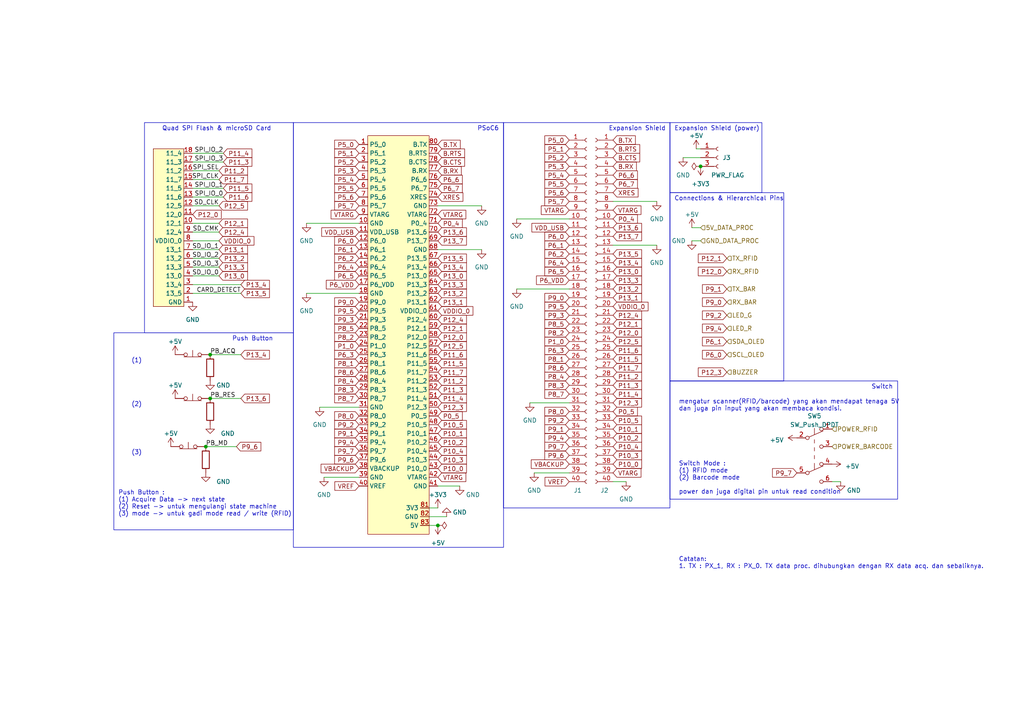
<source format=kicad_sch>
(kicad_sch (version 20230121) (generator eeschema)
  (paper "A4")
  (title_block (title "PSoC (Processing Unit)") (date "2024-03-05") (rev "2.1") (company "Institut Teknologi Bandung") (comment 1 "Bostang Palaguna") (comment 2 "Designed By:"))
  (lib_symbols
    (symbol "Connector:Conn_01x03_Socket" (pin_names (offset 1.016) hide)
      (property "Reference" "J" (at 0 5.08 0))
      (property "Value" "Conn_01x03_Socket" (at 0 -5.08 0))
      (symbol "Conn_01x03_Socket_1_1"
        (pin passive line (at -5.08 2.54 0) (length 3.81) (name "Pin_1") (number "1"))
        (pin passive line (at -5.08 0 0) (length 3.81) (name "Pin_2") (number "2"))
        (pin passive line (at -5.08 -2.54 0) (length 3.81) (name "Pin_3") (number "3"))
      )
    )
    (symbol "Connector:Conn_01x40_Socket" (pin_names (offset 1.016) hide)
      (property "Reference" "J" (at 0 50.8 0))
      (property "Value" "Conn_01x40_Socket" (at 0 -53.34 0))
      (symbol "Conn_01x40_Socket_1_1"
        (pin passive line (at -5.08 48.26 0) (length 3.81) (name "Pin_1") (number "1"))
        (pin passive line (at -5.08 25.4 0) (length 3.81) (name "Pin_10") (number "10"))
        (pin passive line (at -5.08 22.86 0) (length 3.81) (name "Pin_11") (number "11"))
        (pin passive line (at -5.08 20.32 0) (length 3.81) (name "Pin_12") (number "12"))
        (pin passive line (at -5.08 17.78 0) (length 3.81) (name "Pin_13") (number "13"))
        (pin passive line (at -5.08 15.24 0) (length 3.81) (name "Pin_14") (number "14"))
        (pin passive line (at -5.08 12.7 0) (length 3.81) (name "Pin_15") (number "15"))
        (pin passive line (at -5.08 10.16 0) (length 3.81) (name "Pin_16") (number "16"))
        (pin passive line (at -5.08 7.62 0) (length 3.81) (name "Pin_17") (number "17"))
        (pin passive line (at -5.08 5.08 0) (length 3.81) (name "Pin_18") (number "18"))
        (pin passive line (at -5.08 2.54 0) (length 3.81) (name "Pin_19") (number "19"))
        (pin passive line (at -5.08 45.72 0) (length 3.81) (name "Pin_2") (number "2"))
        (pin passive line (at -5.08 0 0) (length 3.81) (name "Pin_20") (number "20"))
        (pin passive line (at -5.08 -2.54 0) (length 3.81) (name "Pin_21") (number "21"))
        (pin passive line (at -5.08 -5.08 0) (length 3.81) (name "Pin_22") (number "22"))
        (pin passive line (at -5.08 -7.62 0) (length 3.81) (name "Pin_23") (number "23"))
        (pin passive line (at -5.08 -10.16 0) (length 3.81) (name "Pin_24") (number "24"))
        (pin passive line (at -5.08 -12.7 0) (length 3.81) (name "Pin_25") (number "25"))
        (pin passive line (at -5.08 -15.24 0) (length 3.81) (name "Pin_26") (number "26"))
        (pin passive line (at -5.08 -17.78 0) (length 3.81) (name "Pin_27") (number "27"))
        (pin passive line (at -5.08 -20.32 0) (length 3.81) (name "Pin_28") (number "28"))
        (pin passive line (at -5.08 -22.86 0) (length 3.81) (name "Pin_29") (number "29"))
        (pin passive line (at -5.08 43.18 0) (length 3.81) (name "Pin_3") (number "3"))
        (pin passive line (at -5.08 -25.4 0) (length 3.81) (name "Pin_30") (number "30"))
        (pin passive line (at -5.08 -27.94 0) (length 3.81) (name "Pin_31") (number "31"))
        (pin passive line (at -5.08 -30.48 0) (length 3.81) (name "Pin_32") (number "32"))
        (pin passive line (at -5.08 -33.02 0) (length 3.81) (name "Pin_33") (number "33"))
        (pin passive line (at -5.08 -35.56 0) (length 3.81) (name "Pin_34") (number "34"))
        (pin passive line (at -5.08 -38.1 0) (length 3.81) (name "Pin_35") (number "35"))
        (pin passive line (at -5.08 -40.64 0) (length 3.81) (name "Pin_36") (number "36"))
        (pin passive line (at -5.08 -43.18 0) (length 3.81) (name "Pin_37") (number "37"))
        (pin passive line (at -5.08 -45.72 0) (length 3.81) (name "Pin_38") (number "38"))
        (pin passive line (at -5.08 -48.26 0) (length 3.81) (name "Pin_39") (number "39"))
        (pin passive line (at -5.08 40.64 0) (length 3.81) (name "Pin_4") (number "4"))
        (pin passive line (at -5.08 -50.8 0) (length 3.81) (name "Pin_40") (number "40"))
        (pin passive line (at -5.08 38.1 0) (length 3.81) (name "Pin_5") (number "5"))
        (pin passive line (at -5.08 35.56 0) (length 3.81) (name "Pin_6") (number "6"))
        (pin passive line (at -5.08 33.02 0) (length 3.81) (name "Pin_7") (number "7"))
        (pin passive line (at -5.08 30.48 0) (length 3.81) (name "Pin_8") (number "8"))
        (pin passive line (at -5.08 27.94 0) (length 3.81) (name "Pin_9") (number "9"))
      )
    )
    (symbol "Device:R" (pin_numbers hide) (pin_names (offset 0))
      (property "Reference" "R" (at 2.032 0 90))
      (property "Value" "R" (at 0 0 90))
      (symbol "R_1_1"
        (pin passive line (at 0 3.81 270) (length 1.27) (name "~") (number "1"))
        (pin passive line (at 0 -3.81 90) (length 1.27) (name "~") (number "2"))
      )
    )
    (symbol "Switch:SW_Push_DPDT" (pin_names (offset 0) hide)
      (property "Reference" "SW" (at 0 8.89 0))
      (property "Value" "SW_Push_DPDT" (at 0 -10.16 0))
      (symbol "SW_Push_DPDT_1_1"
        (pin passive line (at 5.08 7.62 180) (length 2.54) (name "A") (number "1"))
        (pin passive line (at -5.08 5.08 0) (length 2.54) (name "B") (number "2"))
        (pin passive line (at 5.08 2.54 180) (length 2.54) (name "C") (number "3"))
        (pin passive line (at 5.08 -2.54 180) (length 2.54) (name "A") (number "4"))
        (pin passive line (at -5.08 -5.08 0) (length 2.54) (name "B") (number "5"))
        (pin passive line (at 5.08 -7.62 180) (length 2.54) (name "C") (number "6"))
      )
    )
    (symbol "Switch:SW_Push_Open" (pin_numbers hide) (pin_names (offset 1.016) hide)
      (property "Reference" "SW" (at 0 2.54 0))
      (property "Value" "SW_Push_Open" (at 0 -1.905 0))
      (symbol "SW_Push_Open_0_1"
        (pin passive line (at -5.08 0 0) (length 2.54) (name "A") (number "1"))
      )
      (symbol "SW_Push_Open_1_1"
        (pin passive line (at 5.08 0 180) (length 2.54) (name "B") (number "2"))
      )
    )
    (symbol "WMS_components:CY8CPROTO-062-4343W"
      (property "Reference" "U" (at 1.27 52.07 0))
      (symbol "CY8CPROTO-062-4343W_1_1"
        (pin bidirectional line (at -11.43 46.99 0) (length 2.54) (name "P5_0") (number "1"))
        (pin bidirectional line (at -11.43 24.13 0) (length 2.54) (name "GND") (number "10"))
        (pin bidirectional line (at -11.43 21.59 0) (length 2.54) (name "VDD_USB") (number "11"))
        (pin bidirectional line (at -11.43 19.05 0) (length 2.54) (name "P6_0") (number "12"))
        (pin bidirectional line (at -11.43 16.51 0) (length 2.54) (name "P6_1") (number "13"))
        (pin bidirectional line (at -11.43 13.97 0) (length 2.54) (name "P6_2") (number "14"))
        (pin bidirectional line (at -11.43 11.43 0) (length 2.54) (name "P6_4") (number "15"))
        (pin bidirectional line (at -11.43 8.89 0) (length 2.54) (name "P6_5") (number "16"))
        (pin bidirectional line (at -11.43 6.35 0) (length 2.54) (name "P6_VDD") (number "17"))
        (pin bidirectional line (at -11.43 3.81 0) (length 2.54) (name "GND") (number "18"))
        (pin bidirectional line (at -11.43 1.27 0) (length 2.54) (name "P9_0") (number "19"))
        (pin bidirectional line (at -11.43 44.45 0) (length 2.54) (name "P5_1") (number "2"))
        (pin bidirectional line (at -11.43 -1.27 0) (length 2.54) (name "P9_5") (number "20"))
        (pin bidirectional line (at -11.43 -3.81 0) (length 2.54) (name "P9_3") (number "21"))
        (pin bidirectional line (at -11.43 -6.35 0) (length 2.54) (name "P8_5") (number "22"))
        (pin bidirectional line (at -11.43 -8.89 0) (length 2.54) (name "P8_2") (number "23"))
        (pin bidirectional line (at -11.43 -11.43 0) (length 2.54) (name "P1_0") (number "24"))
        (pin bidirectional line (at -11.43 -13.97 0) (length 2.54) (name "P6_3") (number "25"))
        (pin bidirectional line (at -11.43 -16.51 0) (length 2.54) (name "P8_1") (number "26"))
        (pin bidirectional line (at -11.43 -19.05 0) (length 2.54) (name "P8_6") (number "27"))
        (pin bidirectional line (at -11.43 -21.59 0) (length 2.54) (name "P8_4") (number "28"))
        (pin bidirectional line (at -11.43 -24.13 0) (length 2.54) (name "P8_3") (number "29"))
        (pin bidirectional line (at -11.43 41.91 0) (length 2.54) (name "P5_2") (number "3"))
        (pin bidirectional line (at -11.43 -26.67 0) (length 2.54) (name "P8_7") (number "30"))
        (pin bidirectional line (at -11.43 -29.21 0) (length 2.54) (name "GND") (number "31"))
        (pin bidirectional line (at -11.43 -31.75 0) (length 2.54) (name "P8_0") (number "32"))
        (pin bidirectional line (at -11.43 -34.29 0) (length 2.54) (name "P9_2") (number "33"))
        (pin bidirectional line (at -11.43 -36.83 0) (length 2.54) (name "P9_1") (number "34"))
        (pin bidirectional line (at -11.43 -39.37 0) (length 2.54) (name "P9_4") (number "35"))
        (pin bidirectional line (at -11.43 -41.91 0) (length 2.54) (name "P9_7") (number "36"))
        (pin bidirectional line (at -11.43 -44.45 0) (length 2.54) (name "P9_6") (number "37"))
        (pin bidirectional line (at -11.43 -46.99 0) (length 2.54) (name "VBACKUP") (number "38"))
        (pin bidirectional line (at -11.43 -49.53 0) (length 2.54) (name "GND") (number "39"))
        (pin bidirectional line (at -11.43 39.37 0) (length 2.54) (name "P5_3") (number "4"))
        (pin bidirectional line (at -11.43 -52.07 0) (length 2.54) (name "VREF") (number "40"))
        (pin bidirectional line (at 11.43 -52.07 180) (length 2.54) (name "GND") (number "41"))
        (pin bidirectional line (at 11.43 -49.53 180) (length 2.54) (name "VTARG") (number "42"))
        (pin bidirectional line (at 11.43 -46.99 180) (length 2.54) (name "P10_0") (number "43"))
        (pin bidirectional line (at 11.43 -44.45 180) (length 2.54) (name "P10_3") (number "44"))
        (pin bidirectional line (at 11.43 -41.91 180) (length 2.54) (name "P10_4") (number "45"))
        (pin bidirectional line (at 11.43 -39.37 180) (length 2.54) (name "P10_2") (number "46"))
        (pin bidirectional line (at 11.43 -36.83 180) (length 2.54) (name "P10_1") (number "47"))
        (pin bidirectional line (at 11.43 -34.29 180) (length 2.54) (name "P10_5") (number "48"))
        (pin bidirectional line (at 11.43 -31.75 180) (length 2.54) (name "P0_5") (number "49"))
        (pin bidirectional line (at -11.43 36.83 0) (length 2.54) (name "P5_4") (number "5"))
        (pin bidirectional line (at 11.43 -29.21 180) (length 2.54) (name "P12_3") (number "50"))
        (pin bidirectional line (at 11.43 -26.67 180) (length 2.54) (name "P11_4") (number "51"))
        (pin bidirectional line (at 11.43 -24.13 180) (length 2.54) (name "P11_3") (number "52"))
        (pin bidirectional line (at 11.43 -21.59 180) (length 2.54) (name "P11_2") (number "53"))
        (pin bidirectional line (at 11.43 -19.05 180) (length 2.54) (name "P11_7") (number "54"))
        (pin bidirectional line (at 11.43 -16.51 180) (length 2.54) (name "P11_5") (number "55"))
        (pin bidirectional line (at 11.43 -13.97 180) (length 2.54) (name "P11_6") (number "56"))
        (pin bidirectional line (at 11.43 -11.43 180) (length 2.54) (name "P12_5") (number "57"))
        (pin bidirectional line (at 11.43 -8.89 180) (length 2.54) (name "P12_0") (number "58"))
        (pin bidirectional line (at 11.43 -6.35 180) (length 2.54) (name "P12_1") (number "59"))
        (pin bidirectional line (at -11.43 34.29 0) (length 2.54) (name "P5_5") (number "6"))
        (pin bidirectional line (at 11.43 -3.81 180) (length 2.54) (name "P12_4") (number "60"))
        (pin bidirectional line (at 11.43 -1.27 180) (length 2.54) (name "VDDIO_0") (number "61"))
        (pin bidirectional line (at 11.43 1.27 180) (length 2.54) (name "P13_1") (number "62"))
        (pin bidirectional line (at 11.43 3.81 180) (length 2.54) (name "P13_2") (number "63"))
        (pin bidirectional line (at 11.43 6.35 180) (length 2.54) (name "P13_3") (number "64"))
        (pin bidirectional line (at 11.43 8.89 180) (length 2.54) (name "P13_0") (number "65"))
        (pin bidirectional line (at 11.43 11.43 180) (length 2.54) (name "P13_4") (number "66"))
        (pin bidirectional line (at 11.43 13.97 180) (length 2.54) (name "P13_5") (number "67"))
        (pin bidirectional line (at 11.43 16.51 180) (length 2.54) (name "GND") (number "68"))
        (pin bidirectional line (at 11.43 19.05 180) (length 2.54) (name "P13_7") (number "69"))
        (pin bidirectional line (at -11.43 31.75 0) (length 2.54) (name "P5_6") (number "7"))
        (pin bidirectional line (at 11.43 21.59 180) (length 2.54) (name "P13_6") (number "70"))
        (pin bidirectional line (at 11.43 24.13 180) (length 2.54) (name "P0_4") (number "71"))
        (pin bidirectional line (at 11.43 26.67 180) (length 2.54) (name "VTARG") (number "72"))
        (pin bidirectional line (at 11.43 29.21 180) (length 2.54) (name "GND") (number "73"))
        (pin bidirectional line (at 11.43 31.75 180) (length 2.54) (name "XRES") (number "74"))
        (pin bidirectional line (at 11.43 34.29 180) (length 2.54) (name "P6_7") (number "75"))
        (pin bidirectional line (at 11.43 36.83 180) (length 2.54) (name "P6_6") (number "76"))
        (pin bidirectional line (at 11.43 39.37 180) (length 2.54) (name "B.RX") (number "77"))
        (pin bidirectional line (at 11.43 41.91 180) (length 2.54) (name "B.CTS") (number "78"))
        (pin bidirectional line (at 11.43 44.45 180) (length 2.54) (name "B.RTS") (number "79"))
        (pin bidirectional line (at -11.43 29.21 0) (length 2.54) (name "P5_7") (number "8"))
        (pin bidirectional line (at 11.43 46.99 180) (length 2.54) (name "B.TX") (number "80"))
        (pin power_in line (at 8.89 -58.42 180) (length 2.54) (name "3V3") (number "81"))
        (pin bidirectional line (at 8.89 -60.96 180) (length 2.54) (name "GND") (number "82"))
        (pin power_in line (at 8.89 -63.5 180) (length 2.54) (name "5V") (number "83"))
        (pin bidirectional line (at -11.43 26.67 0) (length 2.54) (name "VTARG") (number "9"))
      )
    )
    (symbol "WMS_components:QUAD_SPI_and_MICRO_SD"
      (property "Reference" "U" (at 0 6.35 0))
      (symbol "QUAD_SPI_and_MICRO_SD_1_1"
        (pin power_in line (at -21.59 -6.35 90) (length 2.54) (name "GND") (number "1"))
        (pin bidirectional line (at 1.27 -6.35 90) (length 2.54) (name "12_1") (number "10"))
        (pin bidirectional line (at 3.81 -6.35 90) (length 2.54) (name "12_0") (number "11"))
        (pin bidirectional line (at 6.35 -6.35 90) (length 2.54) (name "12_5") (number "12"))
        (pin bidirectional line (at 8.89 -6.35 90) (length 2.54) (name "11_6") (number "13"))
        (pin bidirectional line (at 11.43 -6.35 90) (length 2.54) (name "11_5") (number "14"))
        (pin bidirectional line (at 13.97 -6.35 90) (length 2.54) (name "11_7") (number "15"))
        (pin bidirectional line (at 16.51 -6.35 90) (length 2.54) (name "11_2") (number "16"))
        (pin bidirectional line (at 19.05 -6.35 90) (length 2.54) (name "11_3") (number "17"))
        (pin bidirectional line (at 21.59 -6.35 90) (length 2.54) (name "11_4") (number "18"))
        (pin bidirectional line (at -19.05 -6.35 90) (length 2.54) (name "13_5") (number "2"))
        (pin bidirectional line (at -16.51 -6.35 90) (length 2.54) (name "13_4") (number "3"))
        (pin bidirectional line (at -13.97 -6.35 90) (length 2.54) (name "13_0") (number "4"))
        (pin bidirectional line (at -11.43 -6.35 90) (length 2.54) (name "13_3") (number "5"))
        (pin bidirectional line (at -8.89 -6.35 90) (length 2.54) (name "13_2") (number "6"))
        (pin bidirectional line (at -6.35 -6.35 90) (length 2.54) (name "13_1") (number "7"))
        (pin bidirectional line (at -3.81 -6.35 90) (length 2.54) (name "VDDIO_0") (number "8"))
        (pin bidirectional line (at -1.27 -6.35 90) (length 2.54) (name "12_4") (number "9"))
      )
    )
    (symbol "power:+3V3" (power) (pin_names (offset 0))
      (property "Value" "+3V3" (at 0 3.556 0))
      (symbol "+3V3_1_1"
        (pin power_in line (at 0 0 90) (length 0) hide (name "+3V3") (number "1"))
      )
    )
    (symbol "power:+5V" (power) (pin_names (offset 0))
      (property "Value" "+5V" (at 0 3.556 0))
      (symbol "+5V_1_1"
        (pin power_in line (at 0 0 90) (length 0) hide (name "+5V") (number "1"))
      )
    )
    (symbol "power:GND" (power) (pin_names (offset 0))
      (property "Value" "GND" (at 0 -3.81 0))
      (symbol "GND_1_1"
        (pin power_in line (at 0 0 270) (length 0) hide (name "GND") (number "1"))
      )
    )
    (symbol "power:PWR_FLAG" (power) (pin_numbers hide) (pin_names (offset 0) hide)
      (property "Value" "PWR_FLAG" (at 0 3.81 0))
      (symbol "PWR_FLAG_0_0"
        (pin power_out line (at 0 0 90) (length 0) (name "pwr") (number "1"))
      )
    )
  )
  (junction (at 203.2 48.26))
  (junction (at 60.96 102.87))
  (junction (at 127 152.4))
  (junction (at 60.96 115.57))
  (junction (at 59.69 129.54))
  (wire (pts (xy 69.85 82.55) (xy 55.88 82.55)))
  (wire (pts (xy 153.67 116.84) (xy 165.1 116.84)))
  (wire (pts (xy 139.7 59.69) (xy 127 59.69)))
  (wire (pts (xy 63.5 72.39) (xy 55.88 72.39)))
  (wire (pts (xy 133.35 140.97) (xy 127 140.97)))
  (wire (pts (xy 63.5 64.77) (xy 55.88 64.77)))
  (wire (pts (xy 69.85 85.09) (xy 55.88 85.09)))
  (wire (pts (xy 198.12 45.72) (xy 203.2 45.72)))
  (wire (pts (xy 200.66 69.85) (xy 203.2 69.85)))
  (wire (pts (xy 63.5 59.69) (xy 55.88 59.69)))
  (wire (pts (xy 64.77 57.15) (xy 55.88 57.15)))
  (wire (pts (xy 63.5 52.07) (xy 55.88 52.07)))
  (wire (pts (xy 59.69 129.54) (xy 68.58 129.54)))
  (wire (pts (xy 127 152.4) (xy 124.46 152.4)))
  (wire (pts (xy 129.54 149.86) (xy 124.46 149.86)))
  (wire (pts (xy 154.94 137.16) (xy 165.1 137.16)))
  (wire (pts (xy 63.5 69.85) (xy 55.88 69.85)))
  (wire (pts (xy 149.86 83.82) (xy 165.1 83.82)))
  (wire (pts (xy 64.77 46.99) (xy 55.88 46.99)))
  (wire (pts (xy 88.9 64.77) (xy 104.14 64.77)))
  (wire (pts (xy 139.7 72.39) (xy 127 72.39)))
  (wire (pts (xy 149.86 63.5) (xy 165.1 63.5)))
  (wire (pts (xy 93.98 138.43) (xy 104.14 138.43)))
  (wire (pts (xy 88.9 85.09) (xy 104.14 85.09)))
  (wire (pts (xy 64.77 54.61) (xy 55.88 54.61)))
  (wire (pts (xy 64.77 44.45) (xy 55.88 44.45)))
  (wire (pts (xy 63.5 80.01) (xy 55.88 80.01)))
  (wire (pts (xy 92.71 118.11) (xy 104.14 118.11)))
  (wire (pts (xy 190.5 58.42) (xy 177.8 58.42)))
  (wire (pts (xy 127 147.32) (xy 124.46 147.32)))
  (wire (pts (xy 243.84 139.7) (xy 241.3 139.7)))
  (wire (pts (xy 200.66 66.04) (xy 203.2 66.04)))
  (wire (pts (xy 190.5 71.12) (xy 177.8 71.12)))
  (wire (pts (xy 60.96 102.87) (xy 69.85 102.87)))
  (wire (pts (xy 63.5 74.93) (xy 55.88 74.93)))
  (wire (pts (xy 181.61 139.7) (xy 177.8 139.7)))
  (wire (pts (xy 63.5 77.47) (xy 55.88 77.47)))
  (wire (pts (xy 60.96 115.57) (xy 69.85 115.57)))
  (wire (pts (xy 201.93 43.18) (xy 203.2 43.18)))
  (wire (pts (xy 63.5 67.31) (xy 55.88 67.31)))
  (wire (pts (xy 63.5 49.53) (xy 55.88 49.53)))
  (rectangle (start 194.31 35.56) (end 220.98 55.88))
  (rectangle (start 146.05 35.56) (end 194.31 147.32))
  (rectangle (start 194.31 110.49) (end 260.35 144.78))
  (rectangle (start 33.02 96.52) (end 85.09 153.67))
  (rectangle (start 41.91 35.56) (end 85.09 96.52))
  (rectangle (start 194.31 55.88) (end 227.33 110.49))
  (rectangle (start 85.09 35.56) (end 146.05 158.75))
  (text "(3)" (at 38.1 132.08 0) (effects (font (size 1.27 1.27)) (justify left bottom)))
  (text "PSoC6" (at 138.43 38.1 0) (effects (font (size 1.27 1.27)) (justify left bottom)))
  (text "Expansion Shield (power)" (at 195.58 38.1 0) (effects (font (size 1.27 1.27)) (justify left bottom)))
  (text "(2)" (at 38.1 118.11 0) (effects (font (size 1.27 1.27)) (justify left bottom)))
  (text "Push Button :\n(1) Acquire Data -> next state\n(2) Reset -> untuk mengulangi state machine\n(3) mode -> untuk gadi mode read / write (RFID)" (at 34.29 149.86 0) (effects (font (size 1.27 1.27)) (justify left bottom)))
  (text "(1)" (at 38.1 105.41 0) (effects (font (size 1.27 1.27)) (justify left bottom)))
  (text "Switch" (at 252.73 113.03 0) (effects (font (size 1.27 1.27)) (justify left bottom)))
  (text "Expansion Shield" (at 176.53 38.1 0) (effects (font (size 1.27 1.27)) (justify left bottom)))
  (text "Connections & Hierarchical Pins" (at 195.58 58.42 0) (effects (font (size 1.27 1.27)) (justify left bottom)))
  (text "mengatur scanner(RFID/barcode) yang akan mendapat tenaga 5V\ndan juga pin input yang akan membaca kondisi." (at 196.85 119.38 0) (effects (font (size 1.27 1.27)) (justify left bottom)))
  (text "Catatan:\n1. TX : PX_1, RX : PX_0. TX data proc. dihubungkan dengan RX data acq. dan sebaliknya." (at 196.85 165.1 0) (effects (font (size 1.27 1.27)) (justify left bottom)))
  (text "Switch Mode :\n(1) RFID mode\n(2) Barcode mode\n\npower dan juga digital pin untuk read condition" (at 196.85 143.51 0) (effects (font (size 1.27 1.27)) (justify left bottom)))
  (text "Quad SPI Flash & microSD Card" (at 46.99 38.1 0) (effects (font (size 1.27 1.27)) (justify left bottom)))
  (text "Push Button" (at 67.31 99.06 0) (effects (font (size 1.27 1.27)) (justify left bottom)))
  (label "SPI_IO_2" (at 64.77 44.45 180))
  (label "SD_IO_1" (at 63.5 72.39 180))
  (label "SD_IO_0" (at 63.5 80.01 180))
  (label "SPI_SEL" (at 63.5 49.53 180))
  (label "CARD_DETECT" (at 69.85 85.09 180))
  (label "PB_RES" (at 60.96 115.57 0))
  (label "PB_MD" (at 59.69 129.54 0))
  (label "SPI_IO_0" (at 64.77 57.15 180))
  (label "SD_CLK" (at 63.5 59.69 180))
  (label "SD_CMK" (at 63.5 67.31 180))
  (label "SD_IO_2" (at 63.5 74.93 180))
  (label "SPI_IO_1" (at 64.77 54.61 180))
  (label "SPI_CLK" (at 63.5 52.07 180))
  (label "SPI_IO_3" (at 64.77 46.99 180))
  (label "SD_IO_3" (at 63.5 77.47 180))
  (label "PB_ACQ" (at 60.96 102.87 0))
  (global_label "P13_5" (shape input) (at 177.8 73.66 0) (property "Intersheetrefs" "${INTERSHEET_REFS}" (effects hide)))
  (global_label "P10_1" (shape input) (at 177.8 124.46 0) (property "Intersheetrefs" "${INTERSHEET_REFS}" (effects hide)))
  (global_label "P11_5" (shape input) (at 127 105.41 0) (property "Intersheetrefs" "${INTERSHEET_REFS}" (effects hide)))
  (global_label "P8_7" (shape input) (at 104.14 115.57 180) (property "Intersheetrefs" "${INTERSHEET_REFS}" (effects hide)))
  (global_label "P5_6" (shape input) (at 165.1 55.88 180) (property "Intersheetrefs" "${INTERSHEET_REFS}" (effects hide)))
  (global_label "B.RTS" (shape input) (at 127 44.45 0) (property "Intersheetrefs" "${INTERSHEET_REFS}" (effects hide)))
  (global_label "P11_6" (shape input) (at 127 102.87 0) (property "Intersheetrefs" "${INTERSHEET_REFS}" (effects hide)))
  (global_label "P11_3" (shape input) (at 127 113.03 0) (property "Intersheetrefs" "${INTERSHEET_REFS}" (effects hide)))
  (global_label "P12_0" (shape input) (at 55.88 62.23 0) (property "Intersheetrefs" "${INTERSHEET_REFS}" (effects hide)))
  (global_label "VDD_USB" (shape input) (at 104.14 67.31 180) (property "Intersheetrefs" "${INTERSHEET_REFS}" (effects hide)))
  (global_label "P13_6" (shape input) (at 177.8 66.04 0) (property "Intersheetrefs" "${INTERSHEET_REFS}" (effects hide)))
  (global_label "P5_5" (shape input) (at 104.14 54.61 180) (property "Intersheetrefs" "${INTERSHEET_REFS}" (effects hide)))
  (global_label "P13_3" (shape input) (at 177.8 81.28 0) (property "Intersheetrefs" "${INTERSHEET_REFS}" (effects hide)))
  (global_label "P8_4" (shape input) (at 165.1 109.22 180) (property "Intersheetrefs" "${INTERSHEET_REFS}" (effects hide)))
  (global_label "P11_7" (shape input) (at 127 107.95 0) (property "Intersheetrefs" "${INTERSHEET_REFS}" (effects hide)))
  (global_label "VDDIO_0" (shape input) (at 127 90.17 0) (property "Intersheetrefs" "${INTERSHEET_REFS}" (effects hide)))
  (global_label "P6_1" (shape input) (at 210.82 99.06 180) (property "Intersheetrefs" "${INTERSHEET_REFS}" (effects hide)))
  (global_label "VTARG" (shape input) (at 104.14 62.23 180) (property "Intersheetrefs" "${INTERSHEET_REFS}" (effects hide)))
  (global_label "P10_0" (shape input) (at 177.8 134.62 0) (property "Intersheetrefs" "${INTERSHEET_REFS}" (effects hide)))
  (global_label "P9_7" (shape input) (at 165.1 129.54 180) (property "Intersheetrefs" "${INTERSHEET_REFS}" (effects hide)))
  (global_label "P9_6" (shape input) (at 165.1 132.08 180) (property "Intersheetrefs" "${INTERSHEET_REFS}" (effects hide)))
  (global_label "P13_7" (shape input) (at 177.8 68.58 0) (property "Intersheetrefs" "${INTERSHEET_REFS}" (effects hide)))
  (global_label "VTARG" (shape input) (at 177.8 60.96 0) (property "Intersheetrefs" "${INTERSHEET_REFS}" (effects hide)))
  (global_label "XRES" (shape input) (at 177.8 55.88 0) (property "Intersheetrefs" "${INTERSHEET_REFS}" (effects hide)))
  (global_label "P11_7" (shape input) (at 63.5 52.07 0) (property "Intersheetrefs" "${INTERSHEET_REFS}" (effects hide)))
  (global_label "P5_0" (shape input) (at 165.1 40.64 180) (property "Intersheetrefs" "${INTERSHEET_REFS}" (effects hide)))
  (global_label "P5_7" (shape input) (at 104.14 59.69 180) (property "Intersheetrefs" "${INTERSHEET_REFS}" (effects hide)))
  (global_label "P8_2" (shape input) (at 104.14 97.79 180) (property "Intersheetrefs" "${INTERSHEET_REFS}" (effects hide)))
  (global_label "P9_0" (shape input) (at 165.1 86.36 180) (property "Intersheetrefs" "${INTERSHEET_REFS}" (effects hide)))
  (global_label "P11_6" (shape input) (at 64.77 57.15 0) (property "Intersheetrefs" "${INTERSHEET_REFS}" (effects hide)))
  (global_label "P6_1" (shape input) (at 104.14 72.39 180) (property "Intersheetrefs" "${INTERSHEET_REFS}" (effects hide)))
  (global_label "P10_4" (shape input) (at 127 130.81 0) (property "Intersheetrefs" "${INTERSHEET_REFS}" (effects hide)))
  (global_label "P11_2" (shape input) (at 127 110.49 0) (property "Intersheetrefs" "${INTERSHEET_REFS}" (effects hide)))
  (global_label "P13_0" (shape input) (at 63.5 80.01 0) (property "Intersheetrefs" "${INTERSHEET_REFS}" (effects hide)))
  (global_label "P12_4" (shape input) (at 127 92.71 0) (property "Intersheetrefs" "${INTERSHEET_REFS}" (effects hide)))
  (global_label "P6_4" (shape input) (at 104.14 77.47 180) (property "Intersheetrefs" "${INTERSHEET_REFS}" (effects hide)))
  (global_label "P11_2" (shape input) (at 177.8 109.22 0) (property "Intersheetrefs" "${INTERSHEET_REFS}" (effects hide)))
  (global_label "B.CTS" (shape input) (at 127 46.99 0) (property "Intersheetrefs" "${INTERSHEET_REFS}" (effects hide)))
  (global_label "VBACKUP" (shape input) (at 104.14 135.89 180) (property "Intersheetrefs" "${INTERSHEET_REFS}" (effects hide)))
  (global_label "P12_3" (shape input) (at 127 118.11 0) (property "Intersheetrefs" "${INTERSHEET_REFS}" (effects hide)))
  (global_label "P9_3" (shape input) (at 165.1 91.44 180) (property "Intersheetrefs" "${INTERSHEET_REFS}" (effects hide)))
  (global_label "P6_6" (shape input) (at 177.8 50.8 0) (property "Intersheetrefs" "${INTERSHEET_REFS}" (effects hide)))
  (global_label "P8_0" (shape input) (at 104.14 120.65 180) (property "Intersheetrefs" "${INTERSHEET_REFS}" (effects hide)))
  (global_label "P11_6" (shape input) (at 177.8 101.6 0) (property "Intersheetrefs" "${INTERSHEET_REFS}" (effects hide)))
  (global_label "P13_6" (shape input) (at 69.85 115.57 0) (property "Intersheetrefs" "${INTERSHEET_REFS}" (effects hide)))
  (global_label "P6_0" (shape input) (at 165.1 68.58 180) (property "Intersheetrefs" "${INTERSHEET_REFS}" (effects hide)))
  (global_label "VREF" (shape input) (at 104.14 140.97 180) (property "Intersheetrefs" "${INTERSHEET_REFS}" (effects hide)))
  (global_label "P13_7" (shape input) (at 127 69.85 0) (property "Intersheetrefs" "${INTERSHEET_REFS}" (effects hide)))
  (global_label "P13_2" (shape input) (at 127 85.09 0) (property "Intersheetrefs" "${INTERSHEET_REFS}" (effects hide)))
  (global_label "P9_7" (shape input) (at 104.14 130.81 180) (property "Intersheetrefs" "${INTERSHEET_REFS}" (effects hide)))
  (global_label "P9_0" (shape input) (at 104.14 87.63 180) (property "Intersheetrefs" "${INTERSHEET_REFS}" (effects hide)))
  (global_label "P5_4" (shape input) (at 104.14 52.07 180) (property "Intersheetrefs" "${INTERSHEET_REFS}" (effects hide)))
  (global_label "P13_6" (shape input) (at 127 67.31 0) (property "Intersheetrefs" "${INTERSHEET_REFS}" (effects hide)))
  (global_label "B.RX" (shape input) (at 127 49.53 0) (property "Intersheetrefs" "${INTERSHEET_REFS}" (effects hide)))
  (global_label "P8_3" (shape input) (at 104.14 113.03 180) (property "Intersheetrefs" "${INTERSHEET_REFS}" (effects hide)))
  (global_label "P10_2" (shape input) (at 127 128.27 0) (property "Intersheetrefs" "${INTERSHEET_REFS}" (effects hide)))
  (global_label "P6_3" (shape input) (at 165.1 101.6 180) (property "Intersheetrefs" "${INTERSHEET_REFS}" (effects hide)))
  (global_label "P8_6" (shape input) (at 165.1 106.68 180) (property "Intersheetrefs" "${INTERSHEET_REFS}" (effects hide)))
  (global_label "VTARG" (shape input) (at 127 138.43 0) (property "Intersheetrefs" "${INTERSHEET_REFS}" (effects hide)))
  (global_label "P13_5" (shape input) (at 69.85 85.09 0) (property "Intersheetrefs" "${INTERSHEET_REFS}" (effects hide)))
  (global_label "P5_3" (shape input) (at 165.1 48.26 180) (property "Intersheetrefs" "${INTERSHEET_REFS}" (effects hide)))
  (global_label "B.CTS" (shape input) (at 177.8 45.72 0) (property "Intersheetrefs" "${INTERSHEET_REFS}" (effects hide)))
  (global_label "VDDIO_0" (shape input) (at 177.8 88.9 0) (property "Intersheetrefs" "${INTERSHEET_REFS}" (effects hide)))
  (global_label "P11_4" (shape input) (at 177.8 114.3 0) (property "Intersheetrefs" "${INTERSHEET_REFS}" (effects hide)))
  (global_label "P10_3" (shape input) (at 127 133.35 0) (property "Intersheetrefs" "${INTERSHEET_REFS}" (effects hide)))
  (global_label "VTARG" (shape input) (at 127 62.23 0) (property "Intersheetrefs" "${INTERSHEET_REFS}" (effects hide)))
  (global_label "P8_7" (shape input) (at 165.1 114.3 180) (property "Intersheetrefs" "${INTERSHEET_REFS}" (effects hide)))
  (global_label "P6_0" (shape input) (at 104.14 69.85 180) (property "Intersheetrefs" "${INTERSHEET_REFS}" (effects hide)))
  (global_label "P0_5" (shape input) (at 127 120.65 0) (property "Intersheetrefs" "${INTERSHEET_REFS}" (effects hide)))
  (global_label "P9_3" (shape input) (at 104.14 92.71 180) (property "Intersheetrefs" "${INTERSHEET_REFS}" (effects hide)))
  (global_label "VBACKUP" (shape input) (at 165.1 134.62 180) (property "Intersheetrefs" "${INTERSHEET_REFS}" (effects hide)))
  (global_label "P8_2" (shape input) (at 165.1 96.52 180) (property "Intersheetrefs" "${INTERSHEET_REFS}" (effects hide)))
  (global_label "P11_3" (shape input) (at 64.77 46.99 0) (property "Intersheetrefs" "${INTERSHEET_REFS}" (effects hide)))
  (global_label "P9_4" (shape input) (at 165.1 127 180) (property "Intersheetrefs" "${INTERSHEET_REFS}" (effects hide)))
  (global_label "P6_1" (shape input) (at 165.1 71.12 180) (property "Intersheetrefs" "${INTERSHEET_REFS}" (effects hide)))
  (global_label "P12_0" (shape input) (at 127 97.79 0) (property "Intersheetrefs" "${INTERSHEET_REFS}" (effects hide)))
  (global_label "P9_6" (shape input) (at 68.58 129.54 0) (property "Intersheetrefs" "${INTERSHEET_REFS}" (effects hide)))
  (global_label "P12_1" (shape input) (at 127 95.25 0) (property "Intersheetrefs" "${INTERSHEET_REFS}" (effects hide)))
  (global_label "P13_1" (shape input) (at 63.5 72.39 0) (property "Intersheetrefs" "${INTERSHEET_REFS}" (effects hide)))
  (global_label "P10_3" (shape input) (at 177.8 132.08 0) (property "Intersheetrefs" "${INTERSHEET_REFS}" (effects hide)))
  (global_label "P6_5" (shape input) (at 104.14 80.01 180) (property "Intersheetrefs" "${INTERSHEET_REFS}" (effects hide)))
  (global_label "P5_3" (shape input) (at 104.14 49.53 180) (property "Intersheetrefs" "${INTERSHEET_REFS}" (effects hide)))
  (global_label "P9_5" (shape input) (at 104.14 90.17 180) (property "Intersheetrefs" "${INTERSHEET_REFS}" (effects hide)))
  (global_label "P0_4" (shape input) (at 177.8 63.5 0) (property "Intersheetrefs" "${INTERSHEET_REFS}" (effects hide)))
  (global_label "P12_5" (shape input) (at 127 100.33 0) (property "Intersheetrefs" "${INTERSHEET_REFS}" (effects hide)))
  (global_label "P9_2" (shape input) (at 104.14 123.19 180) (property "Intersheetrefs" "${INTERSHEET_REFS}" (effects hide)))
  (global_label "P12_1" (shape input) (at 177.8 93.98 0) (property "Intersheetrefs" "${INTERSHEET_REFS}" (effects hide)))
  (global_label "P9_4" (shape input) (at 104.14 128.27 180) (property "Intersheetrefs" "${INTERSHEET_REFS}" (effects hide)))
  (global_label "P13_0" (shape input) (at 127 80.01 0) (property "Intersheetrefs" "${INTERSHEET_REFS}" (effects hide)))
  (global_label "P10_0" (shape input) (at 127 135.89 0) (property "Intersheetrefs" "${INTERSHEET_REFS}" (effects hide)))
  (global_label "P8_5" (shape input) (at 104.14 95.25 180) (property "Intersheetrefs" "${INTERSHEET_REFS}" (effects hide)))
  (global_label "P13_0" (shape input) (at 177.8 78.74 0) (property "Intersheetrefs" "${INTERSHEET_REFS}" (effects hide)))
  (global_label "P9_2" (shape input) (at 165.1 121.92 180) (property "Intersheetrefs" "${INTERSHEET_REFS}" (effects hide)))
  (global_label "P13_2" (shape input) (at 177.8 83.82 0) (property "Intersheetrefs" "${INTERSHEET_REFS}" (effects hide)))
  (global_label "P12_1" (shape input) (at 63.5 64.77 0) (property "Intersheetrefs" "${INTERSHEET_REFS}" (effects hide)))
  (global_label "P11_5" (shape input) (at 177.8 104.14 0) (property "Intersheetrefs" "${INTERSHEET_REFS}" (effects hide)))
  (global_label "P6_2" (shape input) (at 104.14 74.93 180) (property "Intersheetrefs" "${INTERSHEET_REFS}" (effects hide)))
  (global_label "P12_1" (shape input) (at 210.82 74.93 180) (property "Intersheetrefs" "${INTERSHEET_REFS}" (effects hide)))
  (global_label "B.RX" (shape input) (at 177.8 48.26 0) (property "Intersheetrefs" "${INTERSHEET_REFS}" (effects hide)))
  (global_label "P6_7" (shape input) (at 177.8 53.34 0) (property "Intersheetrefs" "${INTERSHEET_REFS}" (effects hide)))
  (global_label "P5_0" (shape input) (at 104.14 41.91 180) (property "Intersheetrefs" "${INTERSHEET_REFS}" (effects hide)))
  (global_label "P12_5" (shape input) (at 63.5 59.69 0) (property "Intersheetrefs" "${INTERSHEET_REFS}" (effects hide)))
  (global_label "P6_5" (shape input) (at 165.1 78.74 180) (property "Intersheetrefs" "${INTERSHEET_REFS}" (effects hide)))
  (global_label "P8_3" (shape input) (at 165.1 111.76 180) (property "Intersheetrefs" "${INTERSHEET_REFS}" (effects hide)))
  (global_label "VDD_USB" (shape input) (at 165.1 66.04 180) (property "Intersheetrefs" "${INTERSHEET_REFS}" (effects hide)))
  (global_label "P9_6" (shape input) (at 104.14 133.35 180) (property "Intersheetrefs" "${INTERSHEET_REFS}" (effects hide)))
  (global_label "P11_4" (shape input) (at 127 115.57 0) (property "Intersheetrefs" "${INTERSHEET_REFS}" (effects hide)))
  (global_label "VTARG" (shape input) (at 165.1 60.96 180) (property "Intersheetrefs" "${INTERSHEET_REFS}" (effects hide)))
  (global_label "P11_5" (shape input) (at 64.77 54.61 0) (property "Intersheetrefs" "${INTERSHEET_REFS}" (effects hide)))
  (global_label "P1_0" (shape input) (at 104.14 100.33 180) (property "Intersheetrefs" "${INTERSHEET_REFS}" (effects hide)))
  (global_label "P5_2" (shape input) (at 165.1 45.72 180) (property "Intersheetrefs" "${INTERSHEET_REFS}" (effects hide)))
  (global_label "P5_1" (shape input) (at 104.14 44.45 180) (property "Intersheetrefs" "${INTERSHEET_REFS}" (effects hide)))
  (global_label "P10_5" (shape input) (at 127 123.19 0) (property "Intersheetrefs" "${INTERSHEET_REFS}" (effects hide)))
  (global_label "P13_2" (shape input) (at 63.5 74.93 0) (property "Intersheetrefs" "${INTERSHEET_REFS}" (effects hide)))
  (global_label "P8_6" (shape input) (at 104.14 107.95 180) (property "Intersheetrefs" "${INTERSHEET_REFS}" (effects hide)))
  (global_label "XRES" (shape input) (at 127 57.15 0) (property "Intersheetrefs" "${INTERSHEET_REFS}" (effects hide)))
  (global_label "P9_2" (shape input) (at 210.82 91.44 180) (property "Intersheetrefs" "${INTERSHEET_REFS}" (effects hide)))
  (global_label "P9_1" (shape input) (at 104.14 125.73 180) (property "Intersheetrefs" "${INTERSHEET_REFS}" (effects hide)))
  (global_label "B.RTS" (shape input) (at 177.8 43.18 0) (property "Intersheetrefs" "${INTERSHEET_REFS}" (effects hide)))
  (global_label "P0_5" (shape input) (at 177.8 119.38 0) (property "Intersheetrefs" "${INTERSHEET_REFS}" (effects hide)))
  (global_label "P13_1" (shape input) (at 127 87.63 0) (property "Intersheetrefs" "${INTERSHEET_REFS}" (effects hide)))
  (global_label "P12_5" (shape input) (at 177.8 99.06 0) (property "Intersheetrefs" "${INTERSHEET_REFS}" (effects hide)))
  (global_label "P11_4" (shape input) (at 64.77 44.45 0) (property "Intersheetrefs" "${INTERSHEET_REFS}" (effects hide)))
  (global_label "P11_3" (shape input) (at 177.8 111.76 0) (property "Intersheetrefs" "${INTERSHEET_REFS}" (effects hide)))
  (global_label "P9_4" (shape input) (at 210.82 95.25 180) (property "Intersheetrefs" "${INTERSHEET_REFS}" (effects hide)))
  (global_label "P12_0" (shape input) (at 177.8 96.52 0) (property "Intersheetrefs" "${INTERSHEET_REFS}" (effects hide)))
  (global_label "P6_6" (shape input) (at 127 52.07 0) (property "Intersheetrefs" "${INTERSHEET_REFS}" (effects hide)))
  (global_label "P5_6" (shape input) (at 104.14 57.15 180) (property "Intersheetrefs" "${INTERSHEET_REFS}" (effects hide)))
  (global_label "P9_5" (shape input) (at 165.1 88.9 180) (property "Intersheetrefs" "${INTERSHEET_REFS}" (effects hide)))
  (global_label "P10_4" (shape input) (at 177.8 129.54 0) (property "Intersheetrefs" "${INTERSHEET_REFS}" (effects hide)))
  (global_label "VTARG" (shape input) (at 177.8 137.16 0) (property "Intersheetrefs" "${INTERSHEET_REFS}" (effects hide)))
  (global_label "P12_4" (shape input) (at 177.8 91.44 0) (property "Intersheetrefs" "${INTERSHEET_REFS}" (effects hide)))
  (global_label "P13_4" (shape input) (at 69.85 102.87 0) (property "Intersheetrefs" "${INTERSHEET_REFS}" (effects hide)))
  (global_label "P13_1" (shape input) (at 177.8 86.36 0) (property "Intersheetrefs" "${INTERSHEET_REFS}" (effects hide)))
  (global_label "B.TX" (shape input) (at 177.8 40.64 0) (property "Intersheetrefs" "${INTERSHEET_REFS}" (effects hide)))
  (global_label "P1_0" (shape input) (at 165.1 99.06 180) (property "Intersheetrefs" "${INTERSHEET_REFS}" (effects hide)))
  (global_label "P8_5" (shape input) (at 165.1 93.98 180) (property "Intersheetrefs" "${INTERSHEET_REFS}" (effects hide)))
  (global_label "P8_0" (shape input) (at 165.1 119.38 180) (property "Intersheetrefs" "${INTERSHEET_REFS}" (effects hide)))
  (global_label "P10_5" (shape input) (at 177.8 121.92 0) (property "Intersheetrefs" "${INTERSHEET_REFS}" (effects hide)))
  (global_label "P6_4" (shape input) (at 165.1 76.2 180) (property "Intersheetrefs" "${INTERSHEET_REFS}" (effects hide)))
  (global_label "VREF" (shape input) (at 165.1 139.7 180) (property "Intersheetrefs" "${INTERSHEET_REFS}" (effects hide)))
  (global_label "P8_4" (shape input) (at 104.14 110.49 180) (property "Intersheetrefs" "${INTERSHEET_REFS}" (effects hide)))
  (global_label "P13_4" (shape input) (at 69.85 82.55 0) (property "Intersheetrefs" "${INTERSHEET_REFS}" (effects hide)))
  (global_label "P11_7" (shape input) (at 177.8 106.68 0) (property "Intersheetrefs" "${INTERSHEET_REFS}" (effects hide)))
  (global_label "P12_4" (shape input) (at 63.5 67.31 0) (property "Intersheetrefs" "${INTERSHEET_REFS}" (effects hide)))
  (global_label "P5_5" (shape input) (at 165.1 53.34 180) (property "Intersheetrefs" "${INTERSHEET_REFS}" (effects hide)))
  (global_label "P12_0" (shape input) (at 210.82 78.74 180) (property "Intersheetrefs" "${INTERSHEET_REFS}" (effects hide)))
  (global_label "P8_1" (shape input) (at 165.1 104.14 180) (property "Intersheetrefs" "${INTERSHEET_REFS}" (effects hide)))
  (global_label "P10_1" (shape input) (at 127 125.73 0) (property "Intersheetrefs" "${INTERSHEET_REFS}" (effects hide)))
  (global_label "P12_3" (shape input) (at 177.8 116.84 0) (property "Intersheetrefs" "${INTERSHEET_REFS}" (effects hide)))
  (global_label "P13_3" (shape input) (at 63.5 77.47 0) (property "Intersheetrefs" "${INTERSHEET_REFS}" (effects hide)))
  (global_label "P13_4" (shape input) (at 127 77.47 0) (property "Intersheetrefs" "${INTERSHEET_REFS}" (effects hide)))
  (global_label "P13_5" (shape input) (at 127 74.93 0) (property "Intersheetrefs" "${INTERSHEET_REFS}" (effects hide)))
  (global_label "P8_1" (shape input) (at 104.14 105.41 180) (property "Intersheetrefs" "${INTERSHEET_REFS}" (effects hide)))
  (global_label "P6_7" (shape input) (at 127 54.61 0) (property "Intersheetrefs" "${INTERSHEET_REFS}" (effects hide)))
  (global_label "P6_VDD" (shape input) (at 104.14 82.55 180) (property "Intersheetrefs" "${INTERSHEET_REFS}" (effects hide)))
  (global_label "P5_1" (shape input) (at 165.1 43.18 180) (property "Intersheetrefs" "${INTERSHEET_REFS}" (effects hide)))
  (global_label "P10_2" (shape input) (at 177.8 127 0) (property "Intersheetrefs" "${INTERSHEET_REFS}" (effects hide)))
  (global_label "P12_3" (shape input) (at 210.82 107.95 180) (property "Intersheetrefs" "${INTERSHEET_REFS}" (effects hide)))
  (global_label "P9_7" (shape input) (at 231.14 137.16 180) (property "Intersheetrefs" "${INTERSHEET_REFS}" (effects hide)))
  (global_label "P5_7" (shape input) (at 165.1 58.42 180) (property "Intersheetrefs" "${INTERSHEET_REFS}" (effects hide)))
  (global_label "B.TX" (shape input) (at 127 41.91 0) (property "Intersheetrefs" "${INTERSHEET_REFS}" (effects hide)))
  (global_label "P0_4" (shape input) (at 127 64.77 0) (property "Intersheetrefs" "${INTERSHEET_REFS}" (effects hide)))
  (global_label "P13_4" (shape input) (at 177.8 76.2 0) (property "Intersheetrefs" "${INTERSHEET_REFS}" (effects hide)))
  (global_label "P6_2" (shape input) (at 165.1 73.66 180) (property "Intersheetrefs" "${INTERSHEET_REFS}" (effects hide)))
  (global_label "P11_2" (shape input) (at 63.5 49.53 0) (property "Intersheetrefs" "${INTERSHEET_REFS}" (effects hide)))
  (global_label "P6_VDD" (shape input) (at 165.1 81.28 180) (property "Intersheetrefs" "${INTERSHEET_REFS}" (effects hide)))
  (global_label "P5_2" (shape input) (at 104.14 46.99 180) (property "Intersheetrefs" "${INTERSHEET_REFS}" (effects hide)))
  (global_label "P13_3" (shape input) (at 127 82.55 0) (property "Intersheetrefs" "${INTERSHEET_REFS}" (effects hide)))
  (global_label "VDDIO_0" (shape input) (at 63.5 69.85 0) (property "Intersheetrefs" "${INTERSHEET_REFS}" (effects hide)))
  (global_label "P9_0" (shape input) (at 210.82 87.63 180) (property "Intersheetrefs" "${INTERSHEET_REFS}" (effects hide)))
  (global_label "P9_1" (shape input) (at 165.1 124.46 180) (property "Intersheetrefs" "${INTERSHEET_REFS}" (effects hide)))
  (global_label "P6_3" (shape input) (at 104.14 102.87 180) (property "Intersheetrefs" "${INTERSHEET_REFS}" (effects hide)))
  (global_label "P6_0" (shape input) (at 210.82 102.87 180) (property "Intersheetrefs" "${INTERSHEET_REFS}" (effects hide)))
  (global_label "P5_4" (shape input) (at 165.1 50.8 180) (property "Intersheetrefs" "${INTERSHEET_REFS}" (effects hide)))
  (global_label "P9_1" (shape input) (at 210.82 83.82 180) (property "Intersheetrefs" "${INTERSHEET_REFS}" (effects hide)))
  (hierarchical_label "SDA_OLED" (shape input) (at 210.82 99.06 0))
  (hierarchical_label "RX_BAR" (shape input) (at 210.82 87.63 0))
  (hierarchical_label "POWER_RFID" (shape input) (at 241.3 124.46 0))
  (hierarchical_label "TX_BAR" (shape input) (at 210.82 83.82 0))
  (hierarchical_label "LED_R" (shape input) (at 210.82 95.25 0))
  (hierarchical_label "SCL_OLED" (shape input) (at 210.82 102.87 0))
  (hierarchical_label "TX_RFID" (shape input) (at 210.82 74.93 0))
  (hierarchical_label "LED_G" (shape input) (at 210.82 91.44 0))
  (hierarchical_label "POWER_BARCODE" (shape input) (at 241.3 129.54 0))
  (hierarchical_label "BUZZER" (shape input) (at 210.82 107.95 0))
  (hierarchical_label "GND_DATA_PROC" (shape input) (at 203.2 69.85 0))
  (hierarchical_label "5V_DATA_PROC" (shape input) (at 203.2 66.04 0))
  (hierarchical_label "RX_RFID" (shape input) (at 210.82 78.74 0))
  (symbol (lib_id "power:GND") (at 154.94 137.16 0) (unit 1)
    (property "Reference" "#PWR037" (effects hide))
    (property "Value" "GND" (at 154.94 142.24 0))
  )
  (symbol (lib_id "power:+5V") (at 50.8 115.57 0) (unit 1)
    (property "Reference" "#PWR030" (effects hide))
    (property "Value" "+5V" (at 50.8 111.76 0))
  )
  (symbol (lib_id "power:GND") (at 198.12 45.72 0) (unit 1)
    (property "Reference" "#PWR042" (effects hide))
    (property "Value" "GND" (at 198.12 50.8 0))
  )
  (symbol (lib_id "WMS_components:CY8CPROTO-062-4343W") (at 115.57 88.9 0) (unit 1)
    (property "Reference" "U6" (effects hide))
    (property "Footprint" "WMS_components:CY8CPROTO-062-4343W_v3" (effects hide))
  )
  (symbol (lib_id "power:GND") (at 133.35 140.97 0) (unit 1)
    (property "Reference" "#PWR027" (effects hide))
    (property "Value" "GND" (at 137.16 143.51 0))
  )
  (symbol (lib_id "Device:R") (at 60.96 119.38 0) (unit 1)
    (property "Reference" "R4" (effects hide))
    (property "Value" "10k" (effects hide))
    (property "Footprint" "Resistor_SMD:R_0805_2012Metric" (effects hide))
  )
  (symbol (lib_id "Switch:SW_Push_Open") (at 54.61 129.54 0) (unit 1)
    (property "Reference" "SW3" (effects hide))
    (property "Value" "SW_Push_Open" (effects hide))
    (property "Footprint" "Button_Switch_THT:SW_PUSH_6mm_H9.5mm" (effects hide))
  )
  (symbol (lib_id "power:GND") (at 200.66 69.85 0) (unit 1)
    (property "Reference" "#PWR041" (effects hide))
    (property "Value" "GND" (at 196.85 69.85 0))
  )
  (symbol (lib_id "Device:R") (at 59.69 133.35 0) (unit 1)
    (property "Reference" "R5" (effects hide))
    (property "Value" "10k" (effects hide))
    (property "Footprint" "Resistor_SMD:R_0805_2012Metric" (effects hide))
  )
  (symbol (lib_id "power:+5V") (at 231.14 127 90) (unit 1)
    (property "Reference" "#PWR07" (effects hide))
    (property "Value" "+5V" (at 227.33 127.635 90) (effects (justify left)))
  )
  (symbol (lib_id "power:+5V") (at 49.53 129.54 0) (unit 1)
    (property "Reference" "#PWR035" (effects hide))
    (property "Value" "+5V" (at 49.53 125.73 0))
  )
  (symbol (lib_id "power:GND") (at 139.7 72.39 0) (unit 1)
    (property "Reference" "#PWR029" (effects hide))
    (property "Value" "GND" (at 139.7 77.47 0))
  )
  (symbol (lib_id "power:GND") (at 149.86 83.82 0) (unit 1)
    (property "Reference" "#PWR032" (effects hide))
    (property "Value" "GND" (at 149.86 88.9 0))
  )
  (symbol (lib_id "power:GND") (at 139.7 59.69 0) (unit 1)
    (property "Reference" "#PWR028" (effects hide))
    (property "Value" "GND" (at 139.7 64.77 0))
  )
  (symbol (lib_id "power:+5V") (at 200.66 66.04 0) (unit 1)
    (property "Reference" "#PWR01" (effects hide))
    (property "Value" "+5V" (at 200.66 62.23 0))
  )
  (symbol (lib_id "power:+5V") (at 201.93 43.18 0) (unit 1)
    (property "Reference" "#PWR023" (effects hide))
    (property "Value" "+5V" (at 201.93 39.37 0))
  )
  (symbol (lib_id "power:GND") (at 59.69 137.16 0) (unit 1)
    (property "Reference" "#PWR044" (effects hide))
    (property "Value" "GND" (at 64.77 139.7 0))
  )
  (symbol (lib_id "power:GND") (at 153.67 116.84 0) (unit 1)
    (property "Reference" "#PWR036" (effects hide))
    (property "Value" "GND" (at 153.67 121.92 0))
  )
  (symbol (lib_id "power:PWR_FLAG") (at 127 152.4 270) (unit 1)
    (property "Reference" "#FLG05" (effects hide))
    (property "Value" "PWR_FLAG" (effects hide))
  )
  (symbol (lib_id "Connector:Conn_01x03_Socket") (at 208.28 45.72 0) (unit 1)
    (property "Reference" "J3" (at 209.55 45.72 0) (effects (justify left)))
    (property "Value" "Conn_01x03_Socket" (effects hide))
    (property "Footprint" "Connector_PinHeader_2.54mm:PinHeader_1x03_P2.54mm_Vertical" (effects hide))
  )
  (symbol (lib_id "power:GND") (at 93.98 138.43 0) (unit 1)
    (property "Reference" "#PWR016" (effects hide))
    (property "Value" "GND" (at 93.98 143.51 0))
  )
  (symbol (lib_id "Switch:SW_Push_Open") (at 55.88 102.87 0) (unit 1)
    (property "Reference" "SW1" (effects hide))
    (property "Value" "SW_Push_Open" (effects hide))
    (property "Footprint" "Button_Switch_THT:SW_PUSH-12mm" (effects hide))
  )
  (symbol (lib_id "power:+3V3") (at 203.2 48.26 180) (unit 1)
    (property "Reference" "#PWR043" (effects hide))
    (property "Value" "+3V3" (at 203.2 53.34 0))
  )
  (symbol (lib_id "power:GND") (at 243.84 139.7 0) (unit 1)
    (property "Reference" "#PWR034" (effects hide))
    (property "Value" "GND" (at 247.65 142.24 0))
  )
  (symbol (lib_id "power:GND") (at 149.86 63.5 0) (unit 1)
    (property "Reference" "#PWR031" (effects hide))
    (property "Value" "GND" (at 149.86 68.58 0))
  )
  (symbol (lib_id "power:+5V") (at 127 152.4 180) (unit 1)
    (property "Reference" "#PWR06" (effects hide))
    (property "Value" "+5V" (at 127 157.48 0))
  )
  (symbol (lib_id "Device:R") (at 60.96 106.68 0) (unit 1)
    (property "Reference" "R3" (effects hide))
    (property "Value" "10k" (effects hide))
    (property "Footprint" "Resistor_SMD:R_0805_2012Metric" (effects hide))
  )
  (symbol (lib_id "power:GND") (at 88.9 85.09 0) (unit 1)
    (property "Reference" "#PWR010" (effects hide))
    (property "Value" "GND" (at 88.9 90.17 0))
  )
  (symbol (lib_id "power:GND") (at 60.96 110.49 0) (unit 1)
    (property "Reference" "#PWR018" (effects hide))
    (property "Value" "GND" (at 64.77 111.76 0))
  )
  (symbol (lib_id "power:+3V3") (at 127 147.32 0) (unit 1)
    (property "Reference" "#PWR025" (effects hide))
    (property "Value" "+3V3" (at 127 143.51 0))
  )
  (symbol (lib_id "power:PWR_FLAG") (at 203.2 48.26 90) (unit 1)
    (property "Reference" "#FLG06" (effects hide))
    (property "Value" "PWR_FLAG" (at 215.9 50.8 90) (effects (justify left)))
  )
  (symbol (lib_id "power:GND") (at 129.54 149.86 180) (unit 1)
    (property "Reference" "#PWR026" (effects hide))
    (property "Value" "GND" (at 133.35 148.59 0))
  )
  (symbol (lib_id "Connector:Conn_01x40_Socket") (at 172.72 88.9 0) (mirror y) (unit 1)
    (property "Reference" "J2" (at 176.53 142.24 0) (effects (justify left)))
    (property "Value" "Conn_01x40_Socket" (effects hide))
    (property "Footprint" "Connector_PinHeader_2.54mm:PinHeader_1x40_P2.54mm_Vertical" (effects hide))
  )
  (symbol (lib_id "Connector:Conn_01x40_Socket") (at 170.18 88.9 0) (unit 1)
    (property "Reference" "J1" (at 166.37 142.24 0) (effects (justify left)))
    (property "Value" "Conn_01x40_Socket" (effects hide))
    (property "Footprint" "Connector_PinHeader_2.54mm:PinHeader_1x40_P2.54mm_Vertical" (effects hide))
  )
  (symbol (lib_id "power:GND") (at 88.9 64.77 0) (unit 1)
    (property "Reference" "#PWR09" (effects hide))
    (property "Value" "GND" (at 88.9 69.85 0))
  )
  (symbol (lib_id "power:GND") (at 181.61 139.7 0) (unit 1)
    (property "Reference" "#PWR038" (effects hide))
    (property "Value" "GND" (at 181.61 144.78 0))
  )
  (symbol (lib_id "power:GND") (at 55.88 87.63 0) (unit 1)
    (property "Reference" "#PWR08" (effects hide))
    (property "Value" "GND" (at 55.88 92.71 0))
  )
  (symbol (lib_id "Switch:SW_Push_Open") (at 55.88 115.57 0) (unit 1)
    (property "Reference" "SW2" (effects hide))
    (property "Value" "SW_Push_Open" (effects hide))
    (property "Footprint" "Button_Switch_THT:SW_PUSH_6mm_H9.5mm" (effects hide))
  )
  (symbol (lib_id "power:+5V") (at 50.8 102.87 0) (unit 1)
    (property "Reference" "#PWR024" (effects hide))
    (property "Value" "+5V" (at 50.8 99.06 0))
  )
  (symbol (lib_id "power:+5V") (at 241.3 134.62 270) (unit 1)
    (property "Reference" "#PWR011" (effects hide))
    (property "Value" "+5V" (at 245.11 135.255 90) (effects (justify left)))
  )
  (symbol (lib_id "power:GND") (at 190.5 71.12 0) (unit 1)
    (property "Reference" "#PWR040" (effects hide))
    (property "Value" "GND" (at 190.5 76.2 0))
  )
  (symbol (lib_id "power:GND") (at 92.71 118.11 0) (unit 1)
    (property "Reference" "#PWR014" (effects hide))
    (property "Value" "GND" (at 92.71 123.19 0))
  )
  (symbol (lib_id "WMS_components:QUAD_SPI_and_MICRO_SD") (at 49.53 66.04 90) (unit 1)
    (property "Reference" "U5" (effects hide))
    (property "Footprint" "WMS_components:Quad_SPI_flash_microSD_v2" (effects hide))
  )
  (symbol (lib_id "power:GND") (at 190.5 58.42 0) (unit 1)
    (property "Reference" "#PWR039" (effects hide))
    (property "Value" "GND" (at 190.5 63.5 0))
  )
  (symbol (lib_id "Switch:SW_Push_DPDT") (at 236.22 132.08 0) (unit 1)
    (property "Reference" "SW5" (at 236.22 120.65 0))
    (property "Value" "SW_Push_DPDT" (at 236.22 123.19 0))
    (property "Footprint" "Button_Switch_THT:SW_CuK_JS202011AQN_DPDT_Angled" (effects hide))
  )
  (symbol (lib_id "power:GND") (at 60.96 123.19 0) (unit 1)
    (property "Reference" "#PWR019" (effects hide))
    (property "Value" "GND" (at 66.04 125.73 0))
  )
)
</source>
